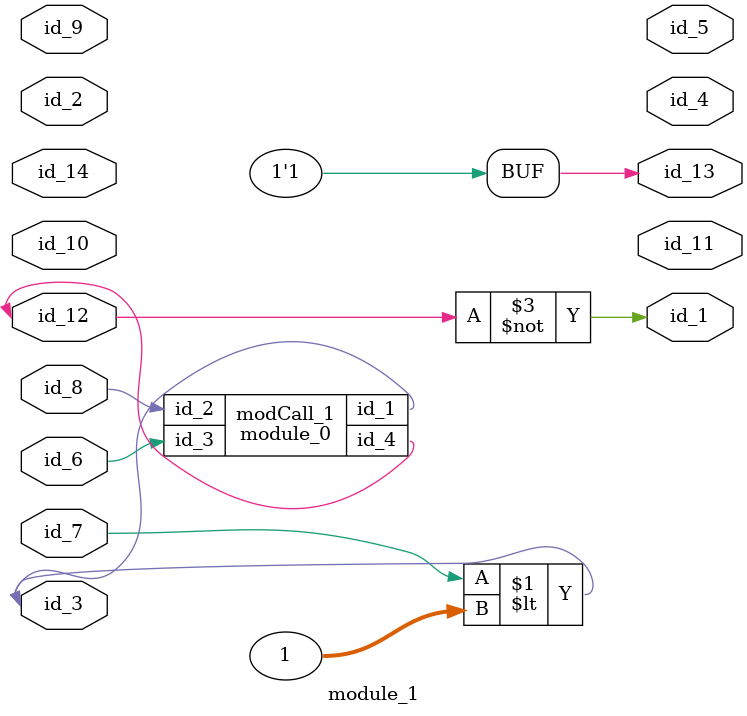
<source format=v>
module module_0 (
    id_1,
    id_2,
    id_3,
    id_4
);
  inout wire id_4;
  input wire id_3;
  input wire id_2;
  inout wire id_1;
  assign id_4 = id_4;
endmodule
module module_1 (
    id_1,
    id_2,
    id_3,
    id_4,
    id_5,
    id_6,
    id_7,
    id_8,
    id_9,
    id_10,
    id_11,
    id_12,
    id_13,
    id_14
);
  inout wire id_14;
  output wire id_13;
  inout wire id_12;
  output wire id_11;
  inout wire id_10;
  input wire id_9;
  input wire id_8;
  input wire id_7;
  inout wire id_6;
  output wire id_5;
  output wire id_4;
  inout wire id_3;
  inout wire id_2;
  output wire id_1;
  assign id_3 = id_7 < 1;
  always @(*) begin : LABEL_0
    id_1  <= 1 != id_12;
    id_13 <= 1;
  end
  module_0 modCall_1 (
      id_3,
      id_8,
      id_6,
      id_12
  );
endmodule

</source>
